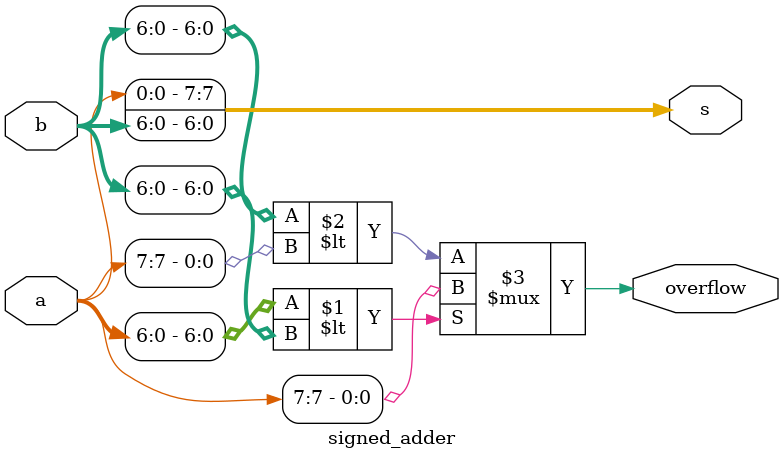
<source format=v>

module signed_adder(input [7:0] a,
    input [7:0] b,
    output [7:0] s,
    output overflow
); 

// The numbers a and b are added to the output s. 
// assign the occurence of the signed overflow of a and b to the output overflow.
// a signed overflow occurs if the most significant bits of a and b are low and the most significant bit of s is high
// a signed overflow may also occur if the most significant bits of a and b are high and the most significant bit of s is low


assign s = {a[6:0],b[6:0]};
assign overflow = (a[6:0]< b[6:0])?(a[7]):(b[6:0]<a[7]);

endmodule

</source>
